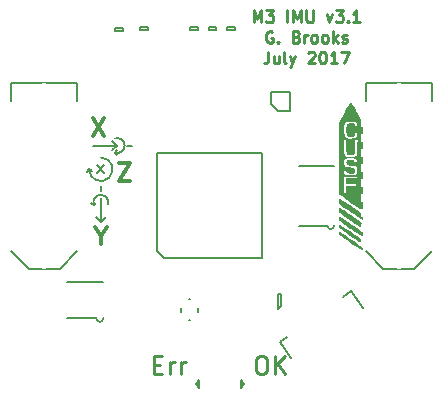
<source format=gto>
G04 #@! TF.GenerationSoftware,KiCad,Pcbnew,no-vcs-found-d3b382c~59~ubuntu16.04.1*
G04 #@! TF.CreationDate,2017-07-29T16:39:47+01:00*
G04 #@! TF.ProjectId,m3imu,6D33696D752E6B696361645F70636200,1.0*
G04 #@! TF.SameCoordinates,Original
G04 #@! TF.FileFunction,Legend,Top*
G04 #@! TF.FilePolarity,Positive*
%FSLAX46Y46*%
G04 Gerber Fmt 4.6, Leading zero omitted, Abs format (unit mm)*
G04 Created by KiCad (PCBNEW no-vcs-found-d3b382c~59~ubuntu16.04.1) date Sat Jul 29 16:39:47 2017*
%MOMM*%
%LPD*%
G01*
G04 APERTURE LIST*
%ADD10C,0.250000*%
%ADD11C,0.200000*%
%ADD12C,0.300000*%
%ADD13C,0.150000*%
%ADD14C,0.100000*%
%ADD15R,0.710000X0.300000*%
%ADD16C,0.400000*%
%ADD17C,1.000000*%
%ADD18C,1.000000*%
%ADD19C,1.800000*%
%ADD20C,1.575000*%
%ADD21R,1.100000X0.600000*%
%ADD22R,0.620000X0.620000*%
%ADD23R,2.920000X0.740000*%
%ADD24R,0.300000X1.500000*%
%ADD25R,1.500000X0.300000*%
%ADD26R,1.000000X0.950000*%
%ADD27C,1.200000*%
%ADD28R,0.200000X0.400000*%
%ADD29R,0.400000X0.200000*%
%ADD30R,0.650000X0.350000*%
%ADD31R,0.802000X0.802000*%
%ADD32R,0.950000X1.000000*%
%ADD33R,0.850000X0.950000*%
G04 APERTURE END LIST*
D10*
X102711809Y-86981380D02*
X102711809Y-85981380D01*
X103045142Y-86695666D01*
X103378476Y-85981380D01*
X103378476Y-86981380D01*
X103759428Y-85981380D02*
X104378476Y-85981380D01*
X104045142Y-86362333D01*
X104188000Y-86362333D01*
X104283238Y-86409952D01*
X104330857Y-86457571D01*
X104378476Y-86552809D01*
X104378476Y-86790904D01*
X104330857Y-86886142D01*
X104283238Y-86933761D01*
X104188000Y-86981380D01*
X103902285Y-86981380D01*
X103807047Y-86933761D01*
X103759428Y-86886142D01*
X105568952Y-86981380D02*
X105568952Y-85981380D01*
X106045142Y-86981380D02*
X106045142Y-85981380D01*
X106378476Y-86695666D01*
X106711809Y-85981380D01*
X106711809Y-86981380D01*
X107188000Y-85981380D02*
X107188000Y-86790904D01*
X107235619Y-86886142D01*
X107283238Y-86933761D01*
X107378476Y-86981380D01*
X107568952Y-86981380D01*
X107664190Y-86933761D01*
X107711809Y-86886142D01*
X107759428Y-86790904D01*
X107759428Y-85981380D01*
X108902285Y-86314714D02*
X109140380Y-86981380D01*
X109378476Y-86314714D01*
X109664190Y-85981380D02*
X110283238Y-85981380D01*
X109949904Y-86362333D01*
X110092761Y-86362333D01*
X110188000Y-86409952D01*
X110235619Y-86457571D01*
X110283238Y-86552809D01*
X110283238Y-86790904D01*
X110235619Y-86886142D01*
X110188000Y-86933761D01*
X110092761Y-86981380D01*
X109807047Y-86981380D01*
X109711809Y-86933761D01*
X109664190Y-86886142D01*
X110711809Y-86886142D02*
X110759428Y-86933761D01*
X110711809Y-86981380D01*
X110664190Y-86933761D01*
X110711809Y-86886142D01*
X110711809Y-86981380D01*
X111711809Y-86981380D02*
X111140380Y-86981380D01*
X111426095Y-86981380D02*
X111426095Y-85981380D01*
X111330857Y-86124238D01*
X111235619Y-86219476D01*
X111140380Y-86267095D01*
X104307047Y-87779000D02*
X104211809Y-87731380D01*
X104068952Y-87731380D01*
X103926095Y-87779000D01*
X103830857Y-87874238D01*
X103783238Y-87969476D01*
X103735619Y-88159952D01*
X103735619Y-88302809D01*
X103783238Y-88493285D01*
X103830857Y-88588523D01*
X103926095Y-88683761D01*
X104068952Y-88731380D01*
X104164190Y-88731380D01*
X104307047Y-88683761D01*
X104354666Y-88636142D01*
X104354666Y-88302809D01*
X104164190Y-88302809D01*
X104783238Y-88636142D02*
X104830857Y-88683761D01*
X104783238Y-88731380D01*
X104735619Y-88683761D01*
X104783238Y-88636142D01*
X104783238Y-88731380D01*
X106354666Y-88207571D02*
X106497523Y-88255190D01*
X106545142Y-88302809D01*
X106592761Y-88398047D01*
X106592761Y-88540904D01*
X106545142Y-88636142D01*
X106497523Y-88683761D01*
X106402285Y-88731380D01*
X106021333Y-88731380D01*
X106021333Y-87731380D01*
X106354666Y-87731380D01*
X106449904Y-87779000D01*
X106497523Y-87826619D01*
X106545142Y-87921857D01*
X106545142Y-88017095D01*
X106497523Y-88112333D01*
X106449904Y-88159952D01*
X106354666Y-88207571D01*
X106021333Y-88207571D01*
X107021333Y-88731380D02*
X107021333Y-88064714D01*
X107021333Y-88255190D02*
X107068952Y-88159952D01*
X107116571Y-88112333D01*
X107211809Y-88064714D01*
X107307047Y-88064714D01*
X107783238Y-88731380D02*
X107688000Y-88683761D01*
X107640380Y-88636142D01*
X107592761Y-88540904D01*
X107592761Y-88255190D01*
X107640380Y-88159952D01*
X107688000Y-88112333D01*
X107783238Y-88064714D01*
X107926095Y-88064714D01*
X108021333Y-88112333D01*
X108068952Y-88159952D01*
X108116571Y-88255190D01*
X108116571Y-88540904D01*
X108068952Y-88636142D01*
X108021333Y-88683761D01*
X107926095Y-88731380D01*
X107783238Y-88731380D01*
X108688000Y-88731380D02*
X108592761Y-88683761D01*
X108545142Y-88636142D01*
X108497523Y-88540904D01*
X108497523Y-88255190D01*
X108545142Y-88159952D01*
X108592761Y-88112333D01*
X108688000Y-88064714D01*
X108830857Y-88064714D01*
X108926095Y-88112333D01*
X108973714Y-88159952D01*
X109021333Y-88255190D01*
X109021333Y-88540904D01*
X108973714Y-88636142D01*
X108926095Y-88683761D01*
X108830857Y-88731380D01*
X108688000Y-88731380D01*
X109449904Y-88731380D02*
X109449904Y-87731380D01*
X109545142Y-88350428D02*
X109830857Y-88731380D01*
X109830857Y-88064714D02*
X109449904Y-88445666D01*
X110211809Y-88683761D02*
X110307047Y-88731380D01*
X110497523Y-88731380D01*
X110592761Y-88683761D01*
X110640380Y-88588523D01*
X110640380Y-88540904D01*
X110592761Y-88445666D01*
X110497523Y-88398047D01*
X110354666Y-88398047D01*
X110259428Y-88350428D01*
X110211809Y-88255190D01*
X110211809Y-88207571D01*
X110259428Y-88112333D01*
X110354666Y-88064714D01*
X110497523Y-88064714D01*
X110592761Y-88112333D01*
X103949904Y-89481380D02*
X103949904Y-90195666D01*
X103902285Y-90338523D01*
X103807047Y-90433761D01*
X103664190Y-90481380D01*
X103568952Y-90481380D01*
X104854666Y-89814714D02*
X104854666Y-90481380D01*
X104426095Y-89814714D02*
X104426095Y-90338523D01*
X104473714Y-90433761D01*
X104568952Y-90481380D01*
X104711809Y-90481380D01*
X104807047Y-90433761D01*
X104854666Y-90386142D01*
X105473714Y-90481380D02*
X105378476Y-90433761D01*
X105330857Y-90338523D01*
X105330857Y-89481380D01*
X105759428Y-89814714D02*
X105997523Y-90481380D01*
X106235619Y-89814714D02*
X105997523Y-90481380D01*
X105902285Y-90719476D01*
X105854666Y-90767095D01*
X105759428Y-90814714D01*
X107330857Y-89576619D02*
X107378476Y-89529000D01*
X107473714Y-89481380D01*
X107711809Y-89481380D01*
X107807047Y-89529000D01*
X107854666Y-89576619D01*
X107902285Y-89671857D01*
X107902285Y-89767095D01*
X107854666Y-89909952D01*
X107283238Y-90481380D01*
X107902285Y-90481380D01*
X108521333Y-89481380D02*
X108616571Y-89481380D01*
X108711809Y-89529000D01*
X108759428Y-89576619D01*
X108807047Y-89671857D01*
X108854666Y-89862333D01*
X108854666Y-90100428D01*
X108807047Y-90290904D01*
X108759428Y-90386142D01*
X108711809Y-90433761D01*
X108616571Y-90481380D01*
X108521333Y-90481380D01*
X108426095Y-90433761D01*
X108378476Y-90386142D01*
X108330857Y-90290904D01*
X108283238Y-90100428D01*
X108283238Y-89862333D01*
X108330857Y-89671857D01*
X108378476Y-89576619D01*
X108426095Y-89529000D01*
X108521333Y-89481380D01*
X109807047Y-90481380D02*
X109235619Y-90481380D01*
X109521333Y-90481380D02*
X109521333Y-89481380D01*
X109426095Y-89624238D01*
X109330857Y-89719476D01*
X109235619Y-89767095D01*
X110140380Y-89481380D02*
X110807047Y-89481380D01*
X110378476Y-90481380D01*
D11*
X89490000Y-99720000D02*
X90060000Y-99100000D01*
X89470000Y-99100000D02*
X90060000Y-99730000D01*
X89183440Y-102462614D02*
X89383440Y-102262614D01*
X89783440Y-103881194D02*
X90183440Y-103481194D01*
X88983440Y-102262614D02*
X89183440Y-102462614D01*
X89783440Y-103837614D02*
X89783440Y-101837614D01*
X89183440Y-102437614D02*
G75*
G02X90383440Y-102437614I600000J200000D01*
G01*
D12*
X89783440Y-105076899D02*
X89783440Y-105791185D01*
X89283440Y-104291185D02*
X89783440Y-105076899D01*
X90283440Y-104291185D01*
D11*
X89783440Y-103881194D02*
X89383440Y-103481194D01*
X89158440Y-97437614D02*
X91158440Y-97437614D01*
X92030000Y-97460000D02*
X92430000Y-97460000D01*
X90968440Y-98037614D02*
X91168440Y-98237614D01*
X91154860Y-97437614D02*
X90754860Y-97837614D01*
X90968440Y-96837614D02*
G75*
G02X90968440Y-98037614I200000J-600000D01*
G01*
X91154860Y-97437614D02*
X90754860Y-97037614D01*
D12*
X90083440Y-96609042D02*
X89083440Y-95109042D01*
X89083440Y-96609042D02*
X90083440Y-95109042D01*
D11*
X91168440Y-97837614D02*
X90968440Y-98037614D01*
X88780000Y-99440000D02*
X89010000Y-99620000D01*
X89783440Y-98437614D02*
G75*
G02X88783440Y-99437614I0J-1000000D01*
G01*
X88600000Y-99660000D02*
X88783440Y-99437614D01*
D12*
X92283440Y-100409042D02*
X91283440Y-100409042D01*
X92283440Y-98909042D01*
X91283440Y-98909042D01*
D11*
X89783440Y-101237614D02*
X89783440Y-100837614D01*
D10*
X94254000Y-115970857D02*
X94754000Y-115970857D01*
X94968285Y-116756571D02*
X94254000Y-116756571D01*
X94254000Y-115256571D01*
X94968285Y-115256571D01*
X95611142Y-116756571D02*
X95611142Y-115756571D01*
X95611142Y-116042285D02*
X95682571Y-115899428D01*
X95754000Y-115828000D01*
X95896857Y-115756571D01*
X96039714Y-115756571D01*
X96539714Y-116756571D02*
X96539714Y-115756571D01*
X96539714Y-116042285D02*
X96611142Y-115899428D01*
X96682571Y-115828000D01*
X96825428Y-115756571D01*
X96968285Y-115756571D01*
X103247142Y-115256571D02*
X103532857Y-115256571D01*
X103675714Y-115328000D01*
X103818571Y-115470857D01*
X103890000Y-115756571D01*
X103890000Y-116256571D01*
X103818571Y-116542285D01*
X103675714Y-116685142D01*
X103532857Y-116756571D01*
X103247142Y-116756571D01*
X103104285Y-116685142D01*
X102961428Y-116542285D01*
X102890000Y-116256571D01*
X102890000Y-115756571D01*
X102961428Y-115470857D01*
X103104285Y-115328000D01*
X103247142Y-115256571D01*
X104532857Y-116756571D02*
X104532857Y-115256571D01*
X105390000Y-116756571D02*
X104747142Y-115899428D01*
X105390000Y-115256571D02*
X104532857Y-116113714D01*
D13*
X105037000Y-110990000D02*
X105037000Y-110990000D01*
X105037000Y-110990000D02*
X105037000Y-109990000D01*
X105037000Y-109990000D02*
X104767000Y-109990000D01*
X104767000Y-109990000D02*
X104767000Y-111260000D01*
X104767000Y-111260000D02*
X105037000Y-110990000D01*
X104921572Y-114062035D02*
X105905140Y-115448611D01*
X105574078Y-113599179D02*
X104921572Y-114062035D01*
X110957256Y-109780620D02*
X110263968Y-110272404D01*
X111940825Y-111167196D02*
X110957256Y-109780620D01*
D14*
G36*
X111895736Y-106138875D02*
X111893366Y-106187746D01*
X111872523Y-106218489D01*
X111854842Y-106223000D01*
X111830121Y-106211207D01*
X111774208Y-106177355D01*
X111690543Y-106123733D01*
X111582563Y-106052633D01*
X111453707Y-105966343D01*
X111307414Y-105867155D01*
X111147121Y-105757357D01*
X110976267Y-105639240D01*
X110928800Y-105606240D01*
X110754527Y-105484672D01*
X110589338Y-105368944D01*
X110436790Y-105261580D01*
X110300440Y-105165108D01*
X110183844Y-105082054D01*
X110090559Y-105014943D01*
X110024142Y-104966302D01*
X109988149Y-104938657D01*
X109984542Y-104935530D01*
X109938296Y-104873875D01*
X109926334Y-104808989D01*
X109929800Y-104760576D01*
X109945620Y-104743531D01*
X109974288Y-104745565D01*
X109998883Y-104758810D01*
X110054107Y-104793668D01*
X110135971Y-104847387D01*
X110240488Y-104917211D01*
X110363669Y-105000388D01*
X110501526Y-105094163D01*
X110650070Y-105195783D01*
X110805314Y-105302495D01*
X110963270Y-105411543D01*
X111119948Y-105520175D01*
X111271361Y-105625637D01*
X111413521Y-105725175D01*
X111542440Y-105816035D01*
X111654128Y-105895464D01*
X111744598Y-105960707D01*
X111809862Y-106009012D01*
X111845932Y-106037623D01*
X111847209Y-106038770D01*
X111880170Y-106084882D01*
X111895736Y-106138875D01*
X111895736Y-106138875D01*
X111895736Y-106138875D01*
G37*
X111895736Y-106138875D02*
X111893366Y-106187746D01*
X111872523Y-106218489D01*
X111854842Y-106223000D01*
X111830121Y-106211207D01*
X111774208Y-106177355D01*
X111690543Y-106123733D01*
X111582563Y-106052633D01*
X111453707Y-105966343D01*
X111307414Y-105867155D01*
X111147121Y-105757357D01*
X110976267Y-105639240D01*
X110928800Y-105606240D01*
X110754527Y-105484672D01*
X110589338Y-105368944D01*
X110436790Y-105261580D01*
X110300440Y-105165108D01*
X110183844Y-105082054D01*
X110090559Y-105014943D01*
X110024142Y-104966302D01*
X109988149Y-104938657D01*
X109984542Y-104935530D01*
X109938296Y-104873875D01*
X109926334Y-104808989D01*
X109929800Y-104760576D01*
X109945620Y-104743531D01*
X109974288Y-104745565D01*
X109998883Y-104758810D01*
X110054107Y-104793668D01*
X110135971Y-104847387D01*
X110240488Y-104917211D01*
X110363669Y-105000388D01*
X110501526Y-105094163D01*
X110650070Y-105195783D01*
X110805314Y-105302495D01*
X110963270Y-105411543D01*
X111119948Y-105520175D01*
X111271361Y-105625637D01*
X111413521Y-105725175D01*
X111542440Y-105816035D01*
X111654128Y-105895464D01*
X111744598Y-105960707D01*
X111809862Y-106009012D01*
X111845932Y-106037623D01*
X111847209Y-106038770D01*
X111880170Y-106084882D01*
X111895736Y-106138875D01*
X111895736Y-106138875D01*
G36*
X111896748Y-105594801D02*
X111883434Y-105636726D01*
X111857253Y-105651500D01*
X111833072Y-105639695D01*
X111777671Y-105605795D01*
X111694447Y-105552075D01*
X111586797Y-105480809D01*
X111458118Y-105394270D01*
X111311806Y-105294732D01*
X111151259Y-105184469D01*
X110979873Y-105065756D01*
X110920628Y-105024494D01*
X110745603Y-104902236D01*
X110580001Y-104786186D01*
X110427289Y-104678802D01*
X110290936Y-104582539D01*
X110174410Y-104499853D01*
X110081180Y-104433202D01*
X110014714Y-104385041D01*
X109978480Y-104357826D01*
X109973959Y-104354055D01*
X109944669Y-104310728D01*
X109927541Y-104253450D01*
X109923346Y-104195206D01*
X109932852Y-104148978D01*
X109956834Y-104127751D01*
X109960508Y-104127500D01*
X109983315Y-104139257D01*
X110036766Y-104172714D01*
X110116927Y-104225147D01*
X110219864Y-104293835D01*
X110341641Y-104376054D01*
X110478326Y-104469082D01*
X110625982Y-104570196D01*
X110780677Y-104676674D01*
X110938476Y-104785792D01*
X111095444Y-104894828D01*
X111247647Y-105001060D01*
X111391151Y-105101765D01*
X111522021Y-105194219D01*
X111636324Y-105275701D01*
X111730124Y-105343488D01*
X111799488Y-105394856D01*
X111840480Y-105427085D01*
X111847209Y-105433151D01*
X111878047Y-105480230D01*
X111894756Y-105538374D01*
X111896748Y-105594801D01*
X111896748Y-105594801D01*
X111896748Y-105594801D01*
G37*
X111896748Y-105594801D02*
X111883434Y-105636726D01*
X111857253Y-105651500D01*
X111833072Y-105639695D01*
X111777671Y-105605795D01*
X111694447Y-105552075D01*
X111586797Y-105480809D01*
X111458118Y-105394270D01*
X111311806Y-105294732D01*
X111151259Y-105184469D01*
X110979873Y-105065756D01*
X110920628Y-105024494D01*
X110745603Y-104902236D01*
X110580001Y-104786186D01*
X110427289Y-104678802D01*
X110290936Y-104582539D01*
X110174410Y-104499853D01*
X110081180Y-104433202D01*
X110014714Y-104385041D01*
X109978480Y-104357826D01*
X109973959Y-104354055D01*
X109944669Y-104310728D01*
X109927541Y-104253450D01*
X109923346Y-104195206D01*
X109932852Y-104148978D01*
X109956834Y-104127751D01*
X109960508Y-104127500D01*
X109983315Y-104139257D01*
X110036766Y-104172714D01*
X110116927Y-104225147D01*
X110219864Y-104293835D01*
X110341641Y-104376054D01*
X110478326Y-104469082D01*
X110625982Y-104570196D01*
X110780677Y-104676674D01*
X110938476Y-104785792D01*
X111095444Y-104894828D01*
X111247647Y-105001060D01*
X111391151Y-105101765D01*
X111522021Y-105194219D01*
X111636324Y-105275701D01*
X111730124Y-105343488D01*
X111799488Y-105394856D01*
X111840480Y-105427085D01*
X111847209Y-105433151D01*
X111878047Y-105480230D01*
X111894756Y-105538374D01*
X111896748Y-105594801D01*
X111896748Y-105594801D01*
G36*
X111894834Y-104925960D02*
X111892604Y-104992050D01*
X111883617Y-105025823D01*
X111864423Y-105037161D01*
X111855856Y-105037667D01*
X111831394Y-105025859D01*
X111775726Y-104991954D01*
X111692258Y-104938228D01*
X111584395Y-104866958D01*
X111455543Y-104780421D01*
X111309109Y-104680891D01*
X111148499Y-104570647D01*
X110977118Y-104451965D01*
X110919231Y-104411651D01*
X110744292Y-104289432D01*
X110578747Y-104173358D01*
X110426074Y-104065897D01*
X110289748Y-103969514D01*
X110173246Y-103886676D01*
X110080046Y-103819850D01*
X110013623Y-103771503D01*
X109977456Y-103744102D01*
X109973038Y-103740346D01*
X109944389Y-103706540D01*
X109931232Y-103665392D01*
X109929624Y-103601774D01*
X109930705Y-103577904D01*
X109936162Y-103510443D01*
X109946180Y-103475413D01*
X109965065Y-103462911D01*
X109981081Y-103462059D01*
X110006579Y-103474166D01*
X110062554Y-103508120D01*
X110145032Y-103561161D01*
X110250040Y-103630532D01*
X110373606Y-103713472D01*
X110511756Y-103807225D01*
X110660519Y-103909030D01*
X110815920Y-104016130D01*
X110973989Y-104125765D01*
X111130751Y-104235178D01*
X111282233Y-104341609D01*
X111424464Y-104442300D01*
X111553471Y-104534492D01*
X111665280Y-104615426D01*
X111755919Y-104682344D01*
X111821415Y-104732487D01*
X111857795Y-104763097D01*
X111863054Y-104768881D01*
X111883116Y-104820395D01*
X111893914Y-104895912D01*
X111894834Y-104925960D01*
X111894834Y-104925960D01*
X111894834Y-104925960D01*
G37*
X111894834Y-104925960D02*
X111892604Y-104992050D01*
X111883617Y-105025823D01*
X111864423Y-105037161D01*
X111855856Y-105037667D01*
X111831394Y-105025859D01*
X111775726Y-104991954D01*
X111692258Y-104938228D01*
X111584395Y-104866958D01*
X111455543Y-104780421D01*
X111309109Y-104680891D01*
X111148499Y-104570647D01*
X110977118Y-104451965D01*
X110919231Y-104411651D01*
X110744292Y-104289432D01*
X110578747Y-104173358D01*
X110426074Y-104065897D01*
X110289748Y-103969514D01*
X110173246Y-103886676D01*
X110080046Y-103819850D01*
X110013623Y-103771503D01*
X109977456Y-103744102D01*
X109973038Y-103740346D01*
X109944389Y-103706540D01*
X109931232Y-103665392D01*
X109929624Y-103601774D01*
X109930705Y-103577904D01*
X109936162Y-103510443D01*
X109946180Y-103475413D01*
X109965065Y-103462911D01*
X109981081Y-103462059D01*
X110006579Y-103474166D01*
X110062554Y-103508120D01*
X110145032Y-103561161D01*
X110250040Y-103630532D01*
X110373606Y-103713472D01*
X110511756Y-103807225D01*
X110660519Y-103909030D01*
X110815920Y-104016130D01*
X110973989Y-104125765D01*
X111130751Y-104235178D01*
X111282233Y-104341609D01*
X111424464Y-104442300D01*
X111553471Y-104534492D01*
X111665280Y-104615426D01*
X111755919Y-104682344D01*
X111821415Y-104732487D01*
X111857795Y-104763097D01*
X111863054Y-104768881D01*
X111883116Y-104820395D01*
X111893914Y-104895912D01*
X111894834Y-104925960D01*
X111894834Y-104925960D01*
G36*
X111892199Y-104113405D02*
X111890412Y-104189997D01*
X111890400Y-104190272D01*
X111884093Y-104270389D01*
X111872762Y-104315715D01*
X111854411Y-104333683D01*
X111851719Y-104334339D01*
X111828535Y-104323757D01*
X111774105Y-104291054D01*
X111691802Y-104238476D01*
X111585000Y-104168269D01*
X111457070Y-104082678D01*
X111311387Y-103983947D01*
X111151323Y-103874322D01*
X110980250Y-103756048D01*
X110920386Y-103714408D01*
X110745256Y-103592031D01*
X110579565Y-103475523D01*
X110426790Y-103367378D01*
X110290408Y-103270093D01*
X110173895Y-103186161D01*
X110080728Y-103118078D01*
X110014383Y-103068339D01*
X109978338Y-103039438D01*
X109973959Y-103035211D01*
X109945110Y-102993263D01*
X109930573Y-102940578D01*
X109926347Y-102862070D01*
X109926334Y-102855655D01*
X109931688Y-102771067D01*
X109949559Y-102724355D01*
X109982654Y-102712216D01*
X110029906Y-102729290D01*
X110061414Y-102749033D01*
X110123029Y-102790191D01*
X110210602Y-102849854D01*
X110319985Y-102925113D01*
X110447028Y-103013058D01*
X110587584Y-103110780D01*
X110737504Y-103215370D01*
X110892638Y-103323918D01*
X111048839Y-103433514D01*
X111201958Y-103541250D01*
X111347845Y-103644215D01*
X111482353Y-103739501D01*
X111601334Y-103824198D01*
X111700637Y-103895396D01*
X111776115Y-103950187D01*
X111823619Y-103985661D01*
X111837483Y-103996937D01*
X111869553Y-104030826D01*
X111886519Y-104064998D01*
X111892199Y-104113405D01*
X111892199Y-104113405D01*
X111892199Y-104113405D01*
G37*
X111892199Y-104113405D02*
X111890412Y-104189997D01*
X111890400Y-104190272D01*
X111884093Y-104270389D01*
X111872762Y-104315715D01*
X111854411Y-104333683D01*
X111851719Y-104334339D01*
X111828535Y-104323757D01*
X111774105Y-104291054D01*
X111691802Y-104238476D01*
X111585000Y-104168269D01*
X111457070Y-104082678D01*
X111311387Y-103983947D01*
X111151323Y-103874322D01*
X110980250Y-103756048D01*
X110920386Y-103714408D01*
X110745256Y-103592031D01*
X110579565Y-103475523D01*
X110426790Y-103367378D01*
X110290408Y-103270093D01*
X110173895Y-103186161D01*
X110080728Y-103118078D01*
X110014383Y-103068339D01*
X109978338Y-103039438D01*
X109973959Y-103035211D01*
X109945110Y-102993263D01*
X109930573Y-102940578D01*
X109926347Y-102862070D01*
X109926334Y-102855655D01*
X109931688Y-102771067D01*
X109949559Y-102724355D01*
X109982654Y-102712216D01*
X110029906Y-102729290D01*
X110061414Y-102749033D01*
X110123029Y-102790191D01*
X110210602Y-102849854D01*
X110319985Y-102925113D01*
X110447028Y-103013058D01*
X110587584Y-103110780D01*
X110737504Y-103215370D01*
X110892638Y-103323918D01*
X111048839Y-103433514D01*
X111201958Y-103541250D01*
X111347845Y-103644215D01*
X111482353Y-103739501D01*
X111601334Y-103824198D01*
X111700637Y-103895396D01*
X111776115Y-103950187D01*
X111823619Y-103985661D01*
X111837483Y-103996937D01*
X111869553Y-104030826D01*
X111886519Y-104064998D01*
X111892199Y-104113405D01*
X111892199Y-104113405D01*
G36*
X111892455Y-103363004D02*
X111890416Y-103431445D01*
X111884431Y-103521917D01*
X111874470Y-103584698D01*
X111861685Y-103612798D01*
X111860424Y-103613391D01*
X111833054Y-103605780D01*
X111781077Y-103578623D01*
X111714195Y-103537173D01*
X111691091Y-103521655D01*
X111483644Y-103379206D01*
X111277312Y-103236717D01*
X111075343Y-103096486D01*
X110880983Y-102960811D01*
X110697481Y-102831988D01*
X110528083Y-102712316D01*
X110376037Y-102604091D01*
X110244590Y-102509612D01*
X110136990Y-102431175D01*
X110056484Y-102371078D01*
X110006320Y-102331619D01*
X109995125Y-102321796D01*
X109960428Y-102286494D01*
X109939927Y-102253934D01*
X109929898Y-102211636D01*
X109926615Y-102147124D01*
X109926334Y-102091348D01*
X109927070Y-102008540D01*
X109930955Y-101959385D01*
X109940499Y-101935205D01*
X109958213Y-101927325D01*
X109973959Y-101926812D01*
X109998170Y-101938643D01*
X110053016Y-101972108D01*
X110134510Y-102024471D01*
X110238671Y-102093000D01*
X110361514Y-102174959D01*
X110499055Y-102267614D01*
X110647312Y-102368231D01*
X110802301Y-102474075D01*
X110960037Y-102582413D01*
X111116538Y-102690509D01*
X111267820Y-102795630D01*
X111409899Y-102895042D01*
X111538791Y-102986008D01*
X111650514Y-103065797D01*
X111741083Y-103131672D01*
X111806515Y-103180900D01*
X111837500Y-103205949D01*
X111866549Y-103233609D01*
X111883641Y-103261543D01*
X111891400Y-103300943D01*
X111892455Y-103363004D01*
X111892455Y-103363004D01*
X111892455Y-103363004D01*
G37*
X111892455Y-103363004D02*
X111890416Y-103431445D01*
X111884431Y-103521917D01*
X111874470Y-103584698D01*
X111861685Y-103612798D01*
X111860424Y-103613391D01*
X111833054Y-103605780D01*
X111781077Y-103578623D01*
X111714195Y-103537173D01*
X111691091Y-103521655D01*
X111483644Y-103379206D01*
X111277312Y-103236717D01*
X111075343Y-103096486D01*
X110880983Y-102960811D01*
X110697481Y-102831988D01*
X110528083Y-102712316D01*
X110376037Y-102604091D01*
X110244590Y-102509612D01*
X110136990Y-102431175D01*
X110056484Y-102371078D01*
X110006320Y-102331619D01*
X109995125Y-102321796D01*
X109960428Y-102286494D01*
X109939927Y-102253934D01*
X109929898Y-102211636D01*
X109926615Y-102147124D01*
X109926334Y-102091348D01*
X109927070Y-102008540D01*
X109930955Y-101959385D01*
X109940499Y-101935205D01*
X109958213Y-101927325D01*
X109973959Y-101926812D01*
X109998170Y-101938643D01*
X110053016Y-101972108D01*
X110134510Y-102024471D01*
X110238671Y-102093000D01*
X110361514Y-102174959D01*
X110499055Y-102267614D01*
X110647312Y-102368231D01*
X110802301Y-102474075D01*
X110960037Y-102582413D01*
X111116538Y-102690509D01*
X111267820Y-102795630D01*
X111409899Y-102895042D01*
X111538791Y-102986008D01*
X111650514Y-103065797D01*
X111741083Y-103131672D01*
X111806515Y-103180900D01*
X111837500Y-103205949D01*
X111866549Y-103233609D01*
X111883641Y-103261543D01*
X111891400Y-103300943D01*
X111892455Y-103363004D01*
X111892455Y-103363004D01*
G36*
X111894954Y-95487874D02*
X111889602Y-99135645D01*
X111888922Y-99596080D01*
X111888277Y-100016045D01*
X111887643Y-100397406D01*
X111886995Y-100742026D01*
X111886311Y-101051770D01*
X111885564Y-101328502D01*
X111884730Y-101574087D01*
X111883786Y-101790388D01*
X111882707Y-101979271D01*
X111881469Y-102142598D01*
X111880047Y-102282235D01*
X111878417Y-102400047D01*
X111876555Y-102497896D01*
X111874436Y-102577648D01*
X111872036Y-102641166D01*
X111869330Y-102690315D01*
X111866295Y-102726960D01*
X111862906Y-102752965D01*
X111859138Y-102770193D01*
X111854968Y-102780509D01*
X111850371Y-102785778D01*
X111845322Y-102787864D01*
X111841917Y-102788380D01*
X111814543Y-102777381D01*
X111754647Y-102742682D01*
X111663974Y-102685439D01*
X111544271Y-102606807D01*
X111519973Y-102590463D01*
X111519973Y-96295833D01*
X111379320Y-96295833D01*
X111238667Y-96295833D01*
X111238667Y-96368539D01*
X111226661Y-96465783D01*
X111192835Y-96537782D01*
X111156067Y-96569894D01*
X111096567Y-96588846D01*
X111010079Y-96601361D01*
X110911547Y-96606794D01*
X110815919Y-96604495D01*
X110738141Y-96593820D01*
X110720153Y-96588763D01*
X110674589Y-96568484D01*
X110639984Y-96538681D01*
X110614872Y-96493854D01*
X110597789Y-96428501D01*
X110587270Y-96337120D01*
X110581851Y-96214210D01*
X110580090Y-96062690D01*
X110581932Y-95899848D01*
X110589192Y-95774828D01*
X110602742Y-95683364D01*
X110623458Y-95621188D01*
X110652214Y-95584034D01*
X110681110Y-95569590D01*
X110773276Y-95548050D01*
X110854856Y-95539607D01*
X110947676Y-95542626D01*
X110990214Y-95546416D01*
X111094190Y-95562503D01*
X111162451Y-95589568D01*
X111201168Y-95632440D01*
X111216510Y-95695950D01*
X111217500Y-95724333D01*
X111217500Y-95809000D01*
X111357981Y-95809000D01*
X111498463Y-95809000D01*
X111487767Y-95675752D01*
X111470581Y-95557841D01*
X111437310Y-95467074D01*
X111383476Y-95400415D01*
X111304605Y-95354829D01*
X111196219Y-95327282D01*
X111053842Y-95314739D01*
X110952917Y-95313145D01*
X110775624Y-95318981D01*
X110634684Y-95336939D01*
X110525330Y-95369090D01*
X110442793Y-95417503D01*
X110382303Y-95484249D01*
X110339092Y-95571399D01*
X110335591Y-95581163D01*
X110314973Y-95670234D01*
X110301861Y-95790487D01*
X110295889Y-95932268D01*
X110296692Y-96085918D01*
X110303904Y-96241780D01*
X110317159Y-96390198D01*
X110336091Y-96521514D01*
X110360337Y-96626071D01*
X110376845Y-96670990D01*
X110422365Y-96727881D01*
X110498483Y-96778321D01*
X110593467Y-96815206D01*
X110628733Y-96823547D01*
X110733871Y-96836948D01*
X110863168Y-96842825D01*
X110999129Y-96841193D01*
X111124259Y-96832068D01*
X111186727Y-96823028D01*
X111265280Y-96805396D01*
X111334836Y-96784531D01*
X111367677Y-96771044D01*
X111428915Y-96715934D01*
X111473981Y-96623307D01*
X111502049Y-96495103D01*
X111507603Y-96443390D01*
X111519973Y-96295833D01*
X111519973Y-102590463D01*
X111518120Y-102589217D01*
X111518120Y-96867333D01*
X111378393Y-96867333D01*
X111238667Y-96867333D01*
X111237745Y-97380625D01*
X111236650Y-97574004D01*
X111233839Y-97729581D01*
X111228872Y-97851868D01*
X111221308Y-97945378D01*
X111210709Y-98014623D01*
X111196632Y-98064114D01*
X111178640Y-98098364D01*
X111166312Y-98112947D01*
X111126703Y-98130743D01*
X111056521Y-98143029D01*
X110967143Y-98149787D01*
X110869947Y-98150996D01*
X110776308Y-98146638D01*
X110697604Y-98136692D01*
X110645210Y-98121141D01*
X110634661Y-98113853D01*
X110613572Y-98086242D01*
X110596843Y-98047101D01*
X110584008Y-97991788D01*
X110574597Y-97915658D01*
X110568143Y-97814069D01*
X110564179Y-97682376D01*
X110562236Y-97515936D01*
X110561838Y-97391208D01*
X110561334Y-96867333D01*
X110422073Y-96867333D01*
X110282813Y-96867333D01*
X110290176Y-97486458D01*
X110292742Y-97672457D01*
X110295721Y-97820933D01*
X110299398Y-97936695D01*
X110304059Y-98024553D01*
X110309989Y-98089317D01*
X110317473Y-98135797D01*
X110326795Y-98168802D01*
X110331265Y-98179667D01*
X110384924Y-98266172D01*
X110458794Y-98324558D01*
X110556029Y-98361423D01*
X110639105Y-98376079D01*
X110750571Y-98385338D01*
X110876814Y-98389073D01*
X111004219Y-98387155D01*
X111119171Y-98379456D01*
X111200583Y-98367508D01*
X111312066Y-98333412D01*
X111391262Y-98282303D01*
X111446869Y-98207779D01*
X111462507Y-98174648D01*
X111473915Y-98143022D01*
X111483059Y-98104537D01*
X111490287Y-98053987D01*
X111495950Y-97986169D01*
X111500396Y-97895879D01*
X111503974Y-97777913D01*
X111507034Y-97627067D01*
X111509391Y-97475875D01*
X111518120Y-96867333D01*
X111518120Y-102589217D01*
X111513834Y-102586334D01*
X111513834Y-100211667D01*
X111513834Y-100095250D01*
X111513834Y-99978833D01*
X111502885Y-99978833D01*
X111502885Y-99487994D01*
X111496344Y-99372183D01*
X111476036Y-99272717D01*
X111443535Y-99200686D01*
X111434519Y-99189188D01*
X111385633Y-99148123D01*
X111317233Y-99116583D01*
X111222492Y-99092456D01*
X111094587Y-99073629D01*
X111043502Y-99068175D01*
X110893023Y-99052912D01*
X110779471Y-99039419D01*
X110697647Y-99025284D01*
X110642354Y-99008091D01*
X110608391Y-98985428D01*
X110590560Y-98954878D01*
X110583663Y-98914029D01*
X110582501Y-98860466D01*
X110582500Y-98854096D01*
X110587897Y-98764702D01*
X110608729Y-98707112D01*
X110651961Y-98671652D01*
X110724556Y-98648651D01*
X110731490Y-98647134D01*
X110879522Y-98625757D01*
X111002417Y-98629486D01*
X111097509Y-98657354D01*
X111162129Y-98708394D01*
X111193613Y-98781640D01*
X111196334Y-98815662D01*
X111200799Y-98837876D01*
X111220344Y-98850361D01*
X111264191Y-98855831D01*
X111336878Y-98857000D01*
X111477423Y-98857000D01*
X111464990Y-98736537D01*
X111442122Y-98625687D01*
X111395978Y-98544030D01*
X111320424Y-98482049D01*
X111290218Y-98465417D01*
X111251303Y-98448326D01*
X111207719Y-98436474D01*
X111151062Y-98428949D01*
X111072928Y-98424839D01*
X110964914Y-98423233D01*
X110900000Y-98423083D01*
X110740230Y-98425444D01*
X110616648Y-98433750D01*
X110523307Y-98449840D01*
X110454261Y-98475549D01*
X110403565Y-98512715D01*
X110365271Y-98563176D01*
X110349273Y-98593231D01*
X110320734Y-98682892D01*
X110305378Y-98796213D01*
X110303655Y-98916480D01*
X110316016Y-99026980D01*
X110335745Y-99095691D01*
X110366460Y-99147839D01*
X110413501Y-99189685D01*
X110481701Y-99222813D01*
X110575894Y-99248809D01*
X110700911Y-99269258D01*
X110861585Y-99285746D01*
X110931750Y-99291212D01*
X111022823Y-99300713D01*
X111102133Y-99314132D01*
X111156910Y-99329116D01*
X111168886Y-99334890D01*
X111209907Y-99383547D01*
X111230261Y-99454864D01*
X111231053Y-99535973D01*
X111213384Y-99614006D01*
X111178357Y-99676094D01*
X111137059Y-99706237D01*
X111091968Y-99714865D01*
X111016739Y-99720419D01*
X110923499Y-99722242D01*
X110861052Y-99721182D01*
X110761150Y-99717238D01*
X110694450Y-99711643D01*
X110651825Y-99702394D01*
X110624144Y-99687487D01*
X110602278Y-99664919D01*
X110601760Y-99664280D01*
X110572957Y-99607153D01*
X110561334Y-99542572D01*
X110561334Y-99470833D01*
X110421311Y-99470833D01*
X110281289Y-99470833D01*
X110296194Y-99592542D01*
X110323614Y-99726813D01*
X110368480Y-99823017D01*
X110431099Y-99881796D01*
X110436198Y-99884547D01*
X110522782Y-99915496D01*
X110640411Y-99937966D01*
X110778498Y-99951165D01*
X110926457Y-99954299D01*
X111073704Y-99946573D01*
X111147369Y-99937871D01*
X111274021Y-99911923D01*
X111365506Y-99872326D01*
X111428323Y-99812917D01*
X111468971Y-99727532D01*
X111493951Y-99610007D01*
X111494086Y-99609059D01*
X111502885Y-99487994D01*
X111502885Y-99978833D01*
X110900000Y-99978833D01*
X110286167Y-99978833D01*
X110286167Y-100730250D01*
X110286167Y-101481667D01*
X110423750Y-101481667D01*
X110561334Y-101481667D01*
X110561334Y-101174750D01*
X110561334Y-100867833D01*
X110974084Y-100867833D01*
X111386834Y-100867833D01*
X111386834Y-100751417D01*
X111386834Y-100635000D01*
X110974084Y-100635000D01*
X110561334Y-100635000D01*
X110561334Y-100423333D01*
X110561334Y-100211667D01*
X111037584Y-100211667D01*
X111513834Y-100211667D01*
X111513834Y-102586334D01*
X111397285Y-102507942D01*
X111224761Y-102389998D01*
X111028447Y-102254132D01*
X110921167Y-102179316D01*
X110747757Y-102057837D01*
X110583415Y-101942206D01*
X110431709Y-101834969D01*
X110296207Y-101738670D01*
X110180475Y-101655855D01*
X110088080Y-101589068D01*
X110022591Y-101540855D01*
X109987574Y-101513760D01*
X109984542Y-101511100D01*
X109926334Y-101456911D01*
X109926334Y-98484085D01*
X109926334Y-95511259D01*
X109981221Y-95400838D01*
X110003573Y-95358055D01*
X110043974Y-95283001D01*
X110099850Y-95180374D01*
X110168624Y-95054871D01*
X110247720Y-94911192D01*
X110334561Y-94754032D01*
X110426572Y-94588091D01*
X110451401Y-94543411D01*
X110556967Y-94354043D01*
X110644297Y-94198753D01*
X110715331Y-94074405D01*
X110772012Y-93977862D01*
X110816279Y-93905986D01*
X110850073Y-93855641D01*
X110875337Y-93823689D01*
X110894010Y-93806994D01*
X110908034Y-93802420D01*
X110909804Y-93802577D01*
X110927764Y-93814387D01*
X110955897Y-93847671D01*
X110995809Y-93904973D01*
X111049108Y-93988838D01*
X111117398Y-94101809D01*
X111202288Y-94246430D01*
X111305383Y-94425245D01*
X111328088Y-94464917D01*
X111419916Y-94625974D01*
X111509242Y-94783485D01*
X111592818Y-94931663D01*
X111667398Y-95064721D01*
X111729735Y-95176872D01*
X111776582Y-95262329D01*
X111799107Y-95304479D01*
X111894954Y-95487874D01*
X111894954Y-95487874D01*
X111894954Y-95487874D01*
G37*
X111894954Y-95487874D02*
X111889602Y-99135645D01*
X111888922Y-99596080D01*
X111888277Y-100016045D01*
X111887643Y-100397406D01*
X111886995Y-100742026D01*
X111886311Y-101051770D01*
X111885564Y-101328502D01*
X111884730Y-101574087D01*
X111883786Y-101790388D01*
X111882707Y-101979271D01*
X111881469Y-102142598D01*
X111880047Y-102282235D01*
X111878417Y-102400047D01*
X111876555Y-102497896D01*
X111874436Y-102577648D01*
X111872036Y-102641166D01*
X111869330Y-102690315D01*
X111866295Y-102726960D01*
X111862906Y-102752965D01*
X111859138Y-102770193D01*
X111854968Y-102780509D01*
X111850371Y-102785778D01*
X111845322Y-102787864D01*
X111841917Y-102788380D01*
X111814543Y-102777381D01*
X111754647Y-102742682D01*
X111663974Y-102685439D01*
X111544271Y-102606807D01*
X111519973Y-102590463D01*
X111519973Y-96295833D01*
X111379320Y-96295833D01*
X111238667Y-96295833D01*
X111238667Y-96368539D01*
X111226661Y-96465783D01*
X111192835Y-96537782D01*
X111156067Y-96569894D01*
X111096567Y-96588846D01*
X111010079Y-96601361D01*
X110911547Y-96606794D01*
X110815919Y-96604495D01*
X110738141Y-96593820D01*
X110720153Y-96588763D01*
X110674589Y-96568484D01*
X110639984Y-96538681D01*
X110614872Y-96493854D01*
X110597789Y-96428501D01*
X110587270Y-96337120D01*
X110581851Y-96214210D01*
X110580090Y-96062690D01*
X110581932Y-95899848D01*
X110589192Y-95774828D01*
X110602742Y-95683364D01*
X110623458Y-95621188D01*
X110652214Y-95584034D01*
X110681110Y-95569590D01*
X110773276Y-95548050D01*
X110854856Y-95539607D01*
X110947676Y-95542626D01*
X110990214Y-95546416D01*
X111094190Y-95562503D01*
X111162451Y-95589568D01*
X111201168Y-95632440D01*
X111216510Y-95695950D01*
X111217500Y-95724333D01*
X111217500Y-95809000D01*
X111357981Y-95809000D01*
X111498463Y-95809000D01*
X111487767Y-95675752D01*
X111470581Y-95557841D01*
X111437310Y-95467074D01*
X111383476Y-95400415D01*
X111304605Y-95354829D01*
X111196219Y-95327282D01*
X111053842Y-95314739D01*
X110952917Y-95313145D01*
X110775624Y-95318981D01*
X110634684Y-95336939D01*
X110525330Y-95369090D01*
X110442793Y-95417503D01*
X110382303Y-95484249D01*
X110339092Y-95571399D01*
X110335591Y-95581163D01*
X110314973Y-95670234D01*
X110301861Y-95790487D01*
X110295889Y-95932268D01*
X110296692Y-96085918D01*
X110303904Y-96241780D01*
X110317159Y-96390198D01*
X110336091Y-96521514D01*
X110360337Y-96626071D01*
X110376845Y-96670990D01*
X110422365Y-96727881D01*
X110498483Y-96778321D01*
X110593467Y-96815206D01*
X110628733Y-96823547D01*
X110733871Y-96836948D01*
X110863168Y-96842825D01*
X110999129Y-96841193D01*
X111124259Y-96832068D01*
X111186727Y-96823028D01*
X111265280Y-96805396D01*
X111334836Y-96784531D01*
X111367677Y-96771044D01*
X111428915Y-96715934D01*
X111473981Y-96623307D01*
X111502049Y-96495103D01*
X111507603Y-96443390D01*
X111519973Y-96295833D01*
X111519973Y-102590463D01*
X111518120Y-102589217D01*
X111518120Y-96867333D01*
X111378393Y-96867333D01*
X111238667Y-96867333D01*
X111237745Y-97380625D01*
X111236650Y-97574004D01*
X111233839Y-97729581D01*
X111228872Y-97851868D01*
X111221308Y-97945378D01*
X111210709Y-98014623D01*
X111196632Y-98064114D01*
X111178640Y-98098364D01*
X111166312Y-98112947D01*
X111126703Y-98130743D01*
X111056521Y-98143029D01*
X110967143Y-98149787D01*
X110869947Y-98150996D01*
X110776308Y-98146638D01*
X110697604Y-98136692D01*
X110645210Y-98121141D01*
X110634661Y-98113853D01*
X110613572Y-98086242D01*
X110596843Y-98047101D01*
X110584008Y-97991788D01*
X110574597Y-97915658D01*
X110568143Y-97814069D01*
X110564179Y-97682376D01*
X110562236Y-97515936D01*
X110561838Y-97391208D01*
X110561334Y-96867333D01*
X110422073Y-96867333D01*
X110282813Y-96867333D01*
X110290176Y-97486458D01*
X110292742Y-97672457D01*
X110295721Y-97820933D01*
X110299398Y-97936695D01*
X110304059Y-98024553D01*
X110309989Y-98089317D01*
X110317473Y-98135797D01*
X110326795Y-98168802D01*
X110331265Y-98179667D01*
X110384924Y-98266172D01*
X110458794Y-98324558D01*
X110556029Y-98361423D01*
X110639105Y-98376079D01*
X110750571Y-98385338D01*
X110876814Y-98389073D01*
X111004219Y-98387155D01*
X111119171Y-98379456D01*
X111200583Y-98367508D01*
X111312066Y-98333412D01*
X111391262Y-98282303D01*
X111446869Y-98207779D01*
X111462507Y-98174648D01*
X111473915Y-98143022D01*
X111483059Y-98104537D01*
X111490287Y-98053987D01*
X111495950Y-97986169D01*
X111500396Y-97895879D01*
X111503974Y-97777913D01*
X111507034Y-97627067D01*
X111509391Y-97475875D01*
X111518120Y-96867333D01*
X111518120Y-102589217D01*
X111513834Y-102586334D01*
X111513834Y-100211667D01*
X111513834Y-100095250D01*
X111513834Y-99978833D01*
X111502885Y-99978833D01*
X111502885Y-99487994D01*
X111496344Y-99372183D01*
X111476036Y-99272717D01*
X111443535Y-99200686D01*
X111434519Y-99189188D01*
X111385633Y-99148123D01*
X111317233Y-99116583D01*
X111222492Y-99092456D01*
X111094587Y-99073629D01*
X111043502Y-99068175D01*
X110893023Y-99052912D01*
X110779471Y-99039419D01*
X110697647Y-99025284D01*
X110642354Y-99008091D01*
X110608391Y-98985428D01*
X110590560Y-98954878D01*
X110583663Y-98914029D01*
X110582501Y-98860466D01*
X110582500Y-98854096D01*
X110587897Y-98764702D01*
X110608729Y-98707112D01*
X110651961Y-98671652D01*
X110724556Y-98648651D01*
X110731490Y-98647134D01*
X110879522Y-98625757D01*
X111002417Y-98629486D01*
X111097509Y-98657354D01*
X111162129Y-98708394D01*
X111193613Y-98781640D01*
X111196334Y-98815662D01*
X111200799Y-98837876D01*
X111220344Y-98850361D01*
X111264191Y-98855831D01*
X111336878Y-98857000D01*
X111477423Y-98857000D01*
X111464990Y-98736537D01*
X111442122Y-98625687D01*
X111395978Y-98544030D01*
X111320424Y-98482049D01*
X111290218Y-98465417D01*
X111251303Y-98448326D01*
X111207719Y-98436474D01*
X111151062Y-98428949D01*
X111072928Y-98424839D01*
X110964914Y-98423233D01*
X110900000Y-98423083D01*
X110740230Y-98425444D01*
X110616648Y-98433750D01*
X110523307Y-98449840D01*
X110454261Y-98475549D01*
X110403565Y-98512715D01*
X110365271Y-98563176D01*
X110349273Y-98593231D01*
X110320734Y-98682892D01*
X110305378Y-98796213D01*
X110303655Y-98916480D01*
X110316016Y-99026980D01*
X110335745Y-99095691D01*
X110366460Y-99147839D01*
X110413501Y-99189685D01*
X110481701Y-99222813D01*
X110575894Y-99248809D01*
X110700911Y-99269258D01*
X110861585Y-99285746D01*
X110931750Y-99291212D01*
X111022823Y-99300713D01*
X111102133Y-99314132D01*
X111156910Y-99329116D01*
X111168886Y-99334890D01*
X111209907Y-99383547D01*
X111230261Y-99454864D01*
X111231053Y-99535973D01*
X111213384Y-99614006D01*
X111178357Y-99676094D01*
X111137059Y-99706237D01*
X111091968Y-99714865D01*
X111016739Y-99720419D01*
X110923499Y-99722242D01*
X110861052Y-99721182D01*
X110761150Y-99717238D01*
X110694450Y-99711643D01*
X110651825Y-99702394D01*
X110624144Y-99687487D01*
X110602278Y-99664919D01*
X110601760Y-99664280D01*
X110572957Y-99607153D01*
X110561334Y-99542572D01*
X110561334Y-99470833D01*
X110421311Y-99470833D01*
X110281289Y-99470833D01*
X110296194Y-99592542D01*
X110323614Y-99726813D01*
X110368480Y-99823017D01*
X110431099Y-99881796D01*
X110436198Y-99884547D01*
X110522782Y-99915496D01*
X110640411Y-99937966D01*
X110778498Y-99951165D01*
X110926457Y-99954299D01*
X111073704Y-99946573D01*
X111147369Y-99937871D01*
X111274021Y-99911923D01*
X111365506Y-99872326D01*
X111428323Y-99812917D01*
X111468971Y-99727532D01*
X111493951Y-99610007D01*
X111494086Y-99609059D01*
X111502885Y-99487994D01*
X111502885Y-99978833D01*
X110900000Y-99978833D01*
X110286167Y-99978833D01*
X110286167Y-100730250D01*
X110286167Y-101481667D01*
X110423750Y-101481667D01*
X110561334Y-101481667D01*
X110561334Y-101174750D01*
X110561334Y-100867833D01*
X110974084Y-100867833D01*
X111386834Y-100867833D01*
X111386834Y-100751417D01*
X111386834Y-100635000D01*
X110974084Y-100635000D01*
X110561334Y-100635000D01*
X110561334Y-100423333D01*
X110561334Y-100211667D01*
X111037584Y-100211667D01*
X111513834Y-100211667D01*
X111513834Y-102586334D01*
X111397285Y-102507942D01*
X111224761Y-102389998D01*
X111028447Y-102254132D01*
X110921167Y-102179316D01*
X110747757Y-102057837D01*
X110583415Y-101942206D01*
X110431709Y-101834969D01*
X110296207Y-101738670D01*
X110180475Y-101655855D01*
X110088080Y-101589068D01*
X110022591Y-101540855D01*
X109987574Y-101513760D01*
X109984542Y-101511100D01*
X109926334Y-101456911D01*
X109926334Y-98484085D01*
X109926334Y-95511259D01*
X109981221Y-95400838D01*
X110003573Y-95358055D01*
X110043974Y-95283001D01*
X110099850Y-95180374D01*
X110168624Y-95054871D01*
X110247720Y-94911192D01*
X110334561Y-94754032D01*
X110426572Y-94588091D01*
X110451401Y-94543411D01*
X110556967Y-94354043D01*
X110644297Y-94198753D01*
X110715331Y-94074405D01*
X110772012Y-93977862D01*
X110816279Y-93905986D01*
X110850073Y-93855641D01*
X110875337Y-93823689D01*
X110894010Y-93806994D01*
X110908034Y-93802420D01*
X110909804Y-93802577D01*
X110927764Y-93814387D01*
X110955897Y-93847671D01*
X110995809Y-93904973D01*
X111049108Y-93988838D01*
X111117398Y-94101809D01*
X111202288Y-94246430D01*
X111305383Y-94425245D01*
X111328088Y-94464917D01*
X111419916Y-94625974D01*
X111509242Y-94783485D01*
X111592818Y-94931663D01*
X111667398Y-95064721D01*
X111729735Y-95176872D01*
X111776582Y-95262329D01*
X111799107Y-95304479D01*
X111894954Y-95487874D01*
X111894954Y-95487874D01*
D13*
X108950000Y-104200000D02*
X106550000Y-104200000D01*
X109550000Y-99200000D02*
X106550000Y-99200000D01*
X108950000Y-104200000D02*
G75*
G03X109550000Y-104200000I300000J0D01*
G01*
X87785000Y-93635000D02*
X87785000Y-92135000D01*
X87785000Y-92135000D02*
X82215000Y-92135000D01*
X82215000Y-92135000D02*
X82215000Y-93635000D01*
X82215000Y-106365000D02*
X83715000Y-107865000D01*
X83715000Y-107865000D02*
X86285000Y-107865000D01*
X86285000Y-107865000D02*
X87785000Y-106365000D01*
X94550000Y-106350000D02*
X94550000Y-98050000D01*
X94550000Y-98050000D02*
X103450000Y-98050000D01*
X103450000Y-98050000D02*
X103450000Y-106950000D01*
X103450000Y-106950000D02*
X95150000Y-106950000D01*
X95150000Y-106950000D02*
X94550000Y-106350000D01*
X91635000Y-87445000D02*
X91635000Y-87695000D01*
X91635000Y-87695000D02*
X90985000Y-87695000D01*
X90985000Y-87695000D02*
X90985000Y-87445000D01*
X90985000Y-87445000D02*
X91635000Y-87445000D01*
X104200000Y-93900000D02*
X104200000Y-92900000D01*
X104200000Y-92900000D02*
X105800000Y-92900000D01*
X105800000Y-92900000D02*
X105800000Y-94500000D01*
X105800000Y-94500000D02*
X104800000Y-94500000D01*
X104800000Y-94500000D02*
X104200000Y-93900000D01*
X89400000Y-112050000D02*
X86900000Y-112050000D01*
X90000000Y-108950000D02*
X86900000Y-108950000D01*
X89400000Y-112050000D02*
G75*
G03X90000000Y-112050000I300000J0D01*
G01*
X97875000Y-117600000D02*
X98125000Y-117275000D01*
X97875000Y-117600000D02*
X98125000Y-117925000D01*
X98125000Y-117275000D02*
X98125000Y-117925000D01*
X101925000Y-117600000D02*
X101675000Y-117925000D01*
X101925000Y-117600000D02*
X101675000Y-117275000D01*
X101675000Y-117925000D02*
X101675000Y-117275000D01*
X97230047Y-112241527D02*
X97330047Y-112241527D01*
X96580047Y-111191527D02*
X96580047Y-111491527D01*
X97230047Y-110441527D02*
X97330047Y-110441527D01*
X97980047Y-111191527D02*
X97980047Y-111491527D01*
X93750000Y-87425000D02*
X93750000Y-87675000D01*
X93750000Y-87675000D02*
X93100000Y-87675000D01*
X93100000Y-87675000D02*
X93100000Y-87425000D01*
X93100000Y-87425000D02*
X93750000Y-87425000D01*
X101125000Y-87375000D02*
X101125000Y-87625000D01*
X101125000Y-87625000D02*
X100475000Y-87625000D01*
X100475000Y-87625000D02*
X100475000Y-87375000D01*
X100475000Y-87375000D02*
X101125000Y-87375000D01*
X99575000Y-87375000D02*
X99575000Y-87625000D01*
X99575000Y-87625000D02*
X98925000Y-87625000D01*
X98925000Y-87625000D02*
X98925000Y-87375000D01*
X98925000Y-87375000D02*
X99575000Y-87375000D01*
X98025000Y-87375000D02*
X98025000Y-87625000D01*
X98025000Y-87625000D02*
X97375000Y-87625000D01*
X97375000Y-87625000D02*
X97375000Y-87375000D01*
X97375000Y-87375000D02*
X98025000Y-87375000D01*
X117785000Y-93635000D02*
X117785000Y-92135000D01*
X117785000Y-92135000D02*
X112215000Y-92135000D01*
X112215000Y-92135000D02*
X112215000Y-93635000D01*
X112215000Y-106365000D02*
X113715000Y-107865000D01*
X113715000Y-107865000D02*
X116285000Y-107865000D01*
X116285000Y-107865000D02*
X117785000Y-106365000D01*
%LPC*%
D15*
X105621999Y-110990000D03*
X105622000Y-110490000D03*
X105621999Y-109990000D03*
X104182001Y-109990000D03*
X104182000Y-110490000D03*
X104182001Y-110990000D03*
D16*
X108011735Y-112023281D03*
D14*
G36*
X108239143Y-112689547D02*
X107458074Y-111588443D01*
X107784327Y-111357015D01*
X108565396Y-112458119D01*
X108239143Y-112689547D01*
X108239143Y-112689547D01*
G37*
D16*
X108541897Y-111647211D03*
D14*
G36*
X108769305Y-112313477D02*
X107988236Y-111212373D01*
X108314489Y-110980945D01*
X109095558Y-112082049D01*
X108769305Y-112313477D01*
X108769305Y-112313477D01*
G37*
D16*
X107481574Y-112399352D03*
D14*
G36*
X107708982Y-113065618D02*
X106927913Y-111964514D01*
X107254166Y-111733086D01*
X108035235Y-112834190D01*
X107708982Y-113065618D01*
X107708982Y-113065618D01*
G37*
D16*
X106951412Y-112775422D03*
D14*
G36*
X107178820Y-113441688D02*
X106397751Y-112340584D01*
X106724004Y-112109156D01*
X107505073Y-113210260D01*
X107178820Y-113441688D01*
X107178820Y-113441688D01*
G37*
D16*
X109072058Y-111271141D03*
D14*
G36*
X109299466Y-111937407D02*
X108518397Y-110836303D01*
X108844650Y-110604875D01*
X109625719Y-111705979D01*
X109299466Y-111937407D01*
X109299466Y-111937407D01*
G37*
D17*
X109638484Y-110470884D03*
D18*
X109566163Y-110368930D02*
X109710805Y-110572838D01*
D17*
X106008917Y-113045518D03*
D18*
X105936596Y-112943564D02*
X106081238Y-113147472D01*
D19*
X110497387Y-113539745D03*
D14*
G36*
X110312958Y-114835309D02*
X109213676Y-113285606D01*
X110681816Y-112244181D01*
X111781098Y-113793884D01*
X110312958Y-114835309D01*
X110312958Y-114835309D01*
G37*
D19*
X108621431Y-114870455D03*
D14*
G36*
X108437002Y-116166019D02*
X107337720Y-114616316D01*
X108805860Y-113574891D01*
X109905142Y-115124594D01*
X108437002Y-116166019D01*
X108437002Y-116166019D01*
G37*
D20*
X112322366Y-112245195D03*
D14*
G36*
X112229696Y-113475670D02*
X111130414Y-111925967D01*
X112415036Y-111014720D01*
X113514318Y-112564423D01*
X112229696Y-113475670D01*
X112229696Y-113475670D01*
G37*
D17*
X112964677Y-111789572D03*
D18*
X112704321Y-111422537D02*
X113225033Y-112156607D01*
D20*
X106796452Y-116165005D03*
D14*
G36*
X106703782Y-117395480D02*
X105604500Y-115845777D01*
X106889122Y-114934530D01*
X107988404Y-116484233D01*
X106703782Y-117395480D01*
X106703782Y-117395480D01*
G37*
D17*
X106154141Y-116620628D03*
D18*
X105893785Y-116253593D02*
X106414497Y-116987663D01*
D21*
X109150000Y-103575000D03*
X109150000Y-102325000D03*
X109150000Y-101075000D03*
X109150000Y-99825000D03*
X106950000Y-99825000D03*
X106950000Y-101075000D03*
X106950000Y-102325000D03*
X106950000Y-103575000D03*
D22*
X91750000Y-105800000D03*
X91750000Y-106700000D03*
D23*
X83285000Y-94285000D03*
X86715000Y-94285000D03*
X83285000Y-95555000D03*
X86715000Y-95555000D03*
X83285000Y-96825000D03*
X86715000Y-96825000D03*
X83285000Y-98095000D03*
X86715000Y-98095000D03*
X83285000Y-99365000D03*
X86715000Y-99365000D03*
X83285000Y-100635000D03*
X86715000Y-100635000D03*
X83285000Y-101905000D03*
X86715000Y-101905000D03*
X83285000Y-103175000D03*
X86715000Y-103175000D03*
X83285000Y-104445000D03*
X86715000Y-104445000D03*
X83285000Y-105715000D03*
X86715000Y-105715000D03*
D24*
X95250000Y-108200000D03*
X95750000Y-108200000D03*
X96250000Y-108200000D03*
X96750000Y-108200000D03*
X97250000Y-108200000D03*
X97750000Y-108200000D03*
X98250000Y-108200000D03*
X98750000Y-108200000D03*
X99250000Y-108200000D03*
X99750000Y-108200000D03*
X100250000Y-108200000D03*
X100750000Y-108200000D03*
X101250000Y-108200000D03*
X101750000Y-108200000D03*
X102250000Y-108200000D03*
X102750000Y-108200000D03*
D25*
X104700000Y-106250000D03*
X104700000Y-105750000D03*
X104700000Y-105250000D03*
X104700000Y-104750000D03*
X104700000Y-104250000D03*
X104700000Y-103750000D03*
X104700000Y-103250000D03*
X104700000Y-102750000D03*
X104700000Y-102250000D03*
X104700000Y-101750000D03*
X104700000Y-101250000D03*
X104700000Y-100750000D03*
X104700000Y-100250000D03*
X104700000Y-99750000D03*
X104700000Y-99250000D03*
X104700000Y-98750000D03*
D24*
X102750000Y-96800000D03*
X102250000Y-96800000D03*
X101750000Y-96800000D03*
X101250000Y-96800000D03*
X100750000Y-96800000D03*
X100250000Y-96800000D03*
X99750000Y-96800000D03*
X99250000Y-96800000D03*
X98750000Y-96800000D03*
X98250000Y-96800000D03*
X97750000Y-96800000D03*
X97250000Y-96800000D03*
X96750000Y-96800000D03*
X96250000Y-96800000D03*
X95750000Y-96800000D03*
X95250000Y-96800000D03*
D25*
X93300000Y-98750000D03*
X93300000Y-99250000D03*
X93300000Y-99750000D03*
X93300000Y-100250000D03*
X93300000Y-100750000D03*
X93300000Y-101250000D03*
X93300000Y-101750000D03*
X93300000Y-102250000D03*
X93300000Y-102750000D03*
X93300000Y-103250000D03*
X93300000Y-103750000D03*
X93300000Y-104250000D03*
X93300000Y-104750000D03*
X93300000Y-105250000D03*
X93300000Y-105750000D03*
X93300000Y-106250000D03*
D26*
X91310000Y-86770000D03*
X91310000Y-88370000D03*
D27*
X115000000Y-107305000D03*
X115000000Y-92695000D03*
D22*
X97550000Y-116200000D03*
X98450000Y-116200000D03*
D28*
X104000000Y-95200000D03*
X104400000Y-95200000D03*
X104800000Y-95200000D03*
X105200000Y-95200000D03*
X105600000Y-95200000D03*
X106000000Y-95200000D03*
D29*
X106500000Y-94700000D03*
X106500000Y-94300000D03*
X106500000Y-93900000D03*
X106500000Y-93500000D03*
X106500000Y-93100000D03*
X106500000Y-92700000D03*
D28*
X106000000Y-92200000D03*
X105600000Y-92200000D03*
X105200000Y-92200000D03*
X104800000Y-92200000D03*
X104400000Y-92200000D03*
X104000000Y-92200000D03*
D29*
X103500000Y-92700000D03*
X103500000Y-93100000D03*
X103500000Y-93500000D03*
X103500000Y-93900000D03*
X103500000Y-94300000D03*
X103500000Y-94700000D03*
D22*
X108550000Y-92200000D03*
X107650000Y-92200000D03*
D27*
X85000000Y-107305000D03*
X85000000Y-92695000D03*
D30*
X90000000Y-111475000D03*
X90000000Y-110825000D03*
X90000000Y-110175000D03*
X90000000Y-109525000D03*
X86900000Y-109525000D03*
X86900000Y-110175000D03*
X86900000Y-110825000D03*
X86900000Y-111475000D03*
D31*
X88450000Y-111100000D03*
X88450000Y-109900000D03*
D22*
X100991107Y-110065147D03*
X101891107Y-110065147D03*
X100991107Y-111565147D03*
X101891107Y-111565147D03*
X109150000Y-106400000D03*
X108250000Y-106400000D03*
X106050000Y-106400000D03*
X106950000Y-106400000D03*
X107650000Y-93500000D03*
X108550000Y-93500000D03*
X108550000Y-94800000D03*
X107650000Y-94800000D03*
X95250000Y-111850000D03*
X95250000Y-110950000D03*
X97855047Y-113866527D03*
X96955047Y-113866527D03*
X107475000Y-97050000D03*
X106575000Y-97050000D03*
X94700000Y-94225000D03*
X94700000Y-95125000D03*
X96000000Y-95125000D03*
X96000000Y-94225000D03*
X106550000Y-98100000D03*
X107450000Y-98100000D03*
X91250000Y-110150000D03*
X91250000Y-111050000D03*
X108250000Y-105150000D03*
X109150000Y-105150000D03*
D32*
X97200000Y-117600000D03*
X98800000Y-117600000D03*
X102600000Y-117600000D03*
X101000000Y-117600000D03*
D22*
X99705047Y-111816527D03*
X99705047Y-110916527D03*
X102250000Y-116200000D03*
X101350000Y-116200000D03*
D33*
X96705047Y-110616527D03*
X96705047Y-112066527D03*
X97855047Y-112066527D03*
X97855047Y-110616527D03*
D26*
X93425000Y-86750000D03*
X93425000Y-88350000D03*
X100800000Y-86700000D03*
X100800000Y-88300000D03*
X99250000Y-86700000D03*
X99250000Y-88300000D03*
X97700000Y-86700000D03*
X97700000Y-88300000D03*
D22*
X96125000Y-86750000D03*
X95225000Y-86750000D03*
D23*
X113285000Y-94285000D03*
X116715000Y-94285000D03*
X113285000Y-95555000D03*
X116715000Y-95555000D03*
X113285000Y-96825000D03*
X116715000Y-96825000D03*
X113285000Y-98095000D03*
X116715000Y-98095000D03*
X113285000Y-99365000D03*
X116715000Y-99365000D03*
X113285000Y-100635000D03*
X116715000Y-100635000D03*
X113285000Y-101905000D03*
X116715000Y-101905000D03*
X113285000Y-103175000D03*
X116715000Y-103175000D03*
X113285000Y-104445000D03*
X116715000Y-104445000D03*
X113285000Y-105715000D03*
X116715000Y-105715000D03*
M02*

</source>
